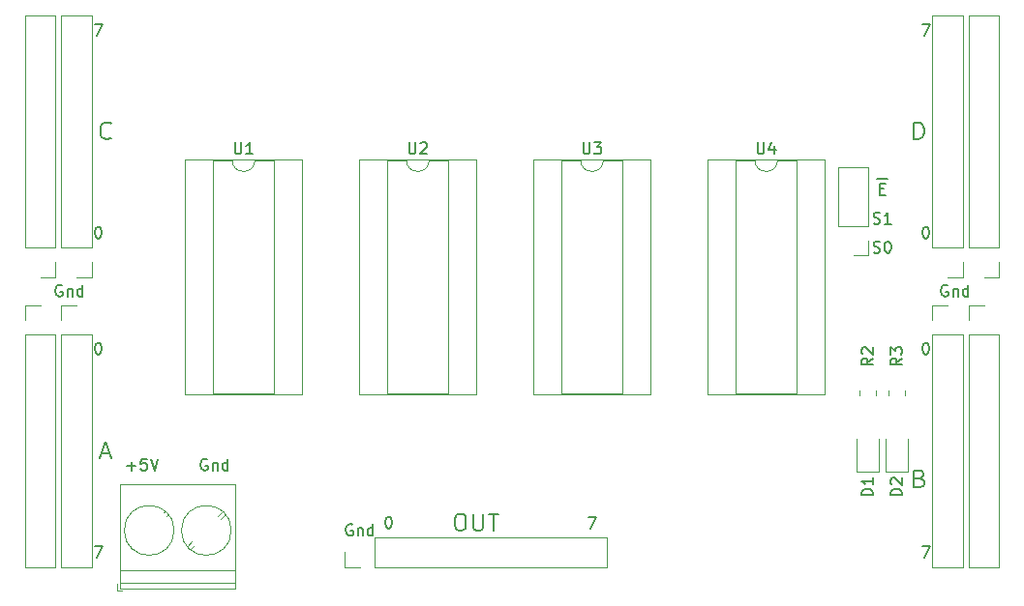
<source format=gbr>
%TF.GenerationSoftware,KiCad,Pcbnew,(5.1.8)-1*%
%TF.CreationDate,2022-10-09T15:02:05+03:00*%
%TF.ProjectId,MUX4x1,4d555834-7831-42e6-9b69-6361645f7063,rev?*%
%TF.SameCoordinates,Original*%
%TF.FileFunction,Legend,Top*%
%TF.FilePolarity,Positive*%
%FSLAX46Y46*%
G04 Gerber Fmt 4.6, Leading zero omitted, Abs format (unit mm)*
G04 Created by KiCad (PCBNEW (5.1.8)-1) date 2022-10-09 15:02:05*
%MOMM*%
%LPD*%
G01*
G04 APERTURE LIST*
%ADD10C,0.150000*%
%ADD11C,0.200000*%
%ADD12C,0.120000*%
G04 APERTURE END LIST*
D10*
X81264285Y-99131428D02*
X82026190Y-99131428D01*
X81645238Y-99512380D02*
X81645238Y-98750476D01*
X82978571Y-98512380D02*
X82502380Y-98512380D01*
X82454761Y-98988571D01*
X82502380Y-98940952D01*
X82597619Y-98893333D01*
X82835714Y-98893333D01*
X82930952Y-98940952D01*
X82978571Y-98988571D01*
X83026190Y-99083809D01*
X83026190Y-99321904D01*
X82978571Y-99417142D01*
X82930952Y-99464761D01*
X82835714Y-99512380D01*
X82597619Y-99512380D01*
X82502380Y-99464761D01*
X82454761Y-99417142D01*
X83311904Y-98512380D02*
X83645238Y-99512380D01*
X83978571Y-98512380D01*
X88257142Y-98560000D02*
X88161904Y-98512380D01*
X88019047Y-98512380D01*
X87876190Y-98560000D01*
X87780952Y-98655238D01*
X87733333Y-98750476D01*
X87685714Y-98940952D01*
X87685714Y-99083809D01*
X87733333Y-99274285D01*
X87780952Y-99369523D01*
X87876190Y-99464761D01*
X88019047Y-99512380D01*
X88114285Y-99512380D01*
X88257142Y-99464761D01*
X88304761Y-99417142D01*
X88304761Y-99083809D01*
X88114285Y-99083809D01*
X88733333Y-98845714D02*
X88733333Y-99512380D01*
X88733333Y-98940952D02*
X88780952Y-98893333D01*
X88876190Y-98845714D01*
X89019047Y-98845714D01*
X89114285Y-98893333D01*
X89161904Y-98988571D01*
X89161904Y-99512380D01*
X90066666Y-99512380D02*
X90066666Y-98512380D01*
X90066666Y-99464761D02*
X89971428Y-99512380D01*
X89780952Y-99512380D01*
X89685714Y-99464761D01*
X89638095Y-99417142D01*
X89590476Y-99321904D01*
X89590476Y-99036190D01*
X89638095Y-98940952D01*
X89685714Y-98893333D01*
X89780952Y-98845714D01*
X89971428Y-98845714D01*
X90066666Y-98893333D01*
X121586666Y-103592380D02*
X122253333Y-103592380D01*
X121824761Y-104592380D01*
X104092380Y-103592380D02*
X104187619Y-103592380D01*
X104282857Y-103640000D01*
X104330476Y-103687619D01*
X104378095Y-103782857D01*
X104425714Y-103973333D01*
X104425714Y-104211428D01*
X104378095Y-104401904D01*
X104330476Y-104497142D01*
X104282857Y-104544761D01*
X104187619Y-104592380D01*
X104092380Y-104592380D01*
X103997142Y-104544761D01*
X103949523Y-104497142D01*
X103901904Y-104401904D01*
X103854285Y-104211428D01*
X103854285Y-103973333D01*
X103901904Y-103782857D01*
X103949523Y-103687619D01*
X103997142Y-103640000D01*
X104092380Y-103592380D01*
X78406666Y-106132380D02*
X79073333Y-106132380D01*
X78644761Y-107132380D01*
X78406666Y-60412380D02*
X79073333Y-60412380D01*
X78644761Y-61412380D01*
X150796666Y-60412380D02*
X151463333Y-60412380D01*
X151034761Y-61412380D01*
X150796666Y-106132380D02*
X151463333Y-106132380D01*
X151034761Y-107132380D01*
X151082380Y-78192380D02*
X151177619Y-78192380D01*
X151272857Y-78240000D01*
X151320476Y-78287619D01*
X151368095Y-78382857D01*
X151415714Y-78573333D01*
X151415714Y-78811428D01*
X151368095Y-79001904D01*
X151320476Y-79097142D01*
X151272857Y-79144761D01*
X151177619Y-79192380D01*
X151082380Y-79192380D01*
X150987142Y-79144761D01*
X150939523Y-79097142D01*
X150891904Y-79001904D01*
X150844285Y-78811428D01*
X150844285Y-78573333D01*
X150891904Y-78382857D01*
X150939523Y-78287619D01*
X150987142Y-78240000D01*
X151082380Y-78192380D01*
X151082380Y-88352380D02*
X151177619Y-88352380D01*
X151272857Y-88400000D01*
X151320476Y-88447619D01*
X151368095Y-88542857D01*
X151415714Y-88733333D01*
X151415714Y-88971428D01*
X151368095Y-89161904D01*
X151320476Y-89257142D01*
X151272857Y-89304761D01*
X151177619Y-89352380D01*
X151082380Y-89352380D01*
X150987142Y-89304761D01*
X150939523Y-89257142D01*
X150891904Y-89161904D01*
X150844285Y-88971428D01*
X150844285Y-88733333D01*
X150891904Y-88542857D01*
X150939523Y-88447619D01*
X150987142Y-88400000D01*
X151082380Y-88352380D01*
X78692380Y-88352380D02*
X78787619Y-88352380D01*
X78882857Y-88400000D01*
X78930476Y-88447619D01*
X78978095Y-88542857D01*
X79025714Y-88733333D01*
X79025714Y-88971428D01*
X78978095Y-89161904D01*
X78930476Y-89257142D01*
X78882857Y-89304761D01*
X78787619Y-89352380D01*
X78692380Y-89352380D01*
X78597142Y-89304761D01*
X78549523Y-89257142D01*
X78501904Y-89161904D01*
X78454285Y-88971428D01*
X78454285Y-88733333D01*
X78501904Y-88542857D01*
X78549523Y-88447619D01*
X78597142Y-88400000D01*
X78692380Y-88352380D01*
X78692380Y-78192380D02*
X78787619Y-78192380D01*
X78882857Y-78240000D01*
X78930476Y-78287619D01*
X78978095Y-78382857D01*
X79025714Y-78573333D01*
X79025714Y-78811428D01*
X78978095Y-79001904D01*
X78930476Y-79097142D01*
X78882857Y-79144761D01*
X78787619Y-79192380D01*
X78692380Y-79192380D01*
X78597142Y-79144761D01*
X78549523Y-79097142D01*
X78501904Y-79001904D01*
X78454285Y-78811428D01*
X78454285Y-78573333D01*
X78501904Y-78382857D01*
X78549523Y-78287619D01*
X78597142Y-78240000D01*
X78692380Y-78192380D01*
X153027142Y-83320000D02*
X152931904Y-83272380D01*
X152789047Y-83272380D01*
X152646190Y-83320000D01*
X152550952Y-83415238D01*
X152503333Y-83510476D01*
X152455714Y-83700952D01*
X152455714Y-83843809D01*
X152503333Y-84034285D01*
X152550952Y-84129523D01*
X152646190Y-84224761D01*
X152789047Y-84272380D01*
X152884285Y-84272380D01*
X153027142Y-84224761D01*
X153074761Y-84177142D01*
X153074761Y-83843809D01*
X152884285Y-83843809D01*
X153503333Y-83605714D02*
X153503333Y-84272380D01*
X153503333Y-83700952D02*
X153550952Y-83653333D01*
X153646190Y-83605714D01*
X153789047Y-83605714D01*
X153884285Y-83653333D01*
X153931904Y-83748571D01*
X153931904Y-84272380D01*
X154836666Y-84272380D02*
X154836666Y-83272380D01*
X154836666Y-84224761D02*
X154741428Y-84272380D01*
X154550952Y-84272380D01*
X154455714Y-84224761D01*
X154408095Y-84177142D01*
X154360476Y-84081904D01*
X154360476Y-83796190D01*
X154408095Y-83700952D01*
X154455714Y-83653333D01*
X154550952Y-83605714D01*
X154741428Y-83605714D01*
X154836666Y-83653333D01*
X75557142Y-83320000D02*
X75461904Y-83272380D01*
X75319047Y-83272380D01*
X75176190Y-83320000D01*
X75080952Y-83415238D01*
X75033333Y-83510476D01*
X74985714Y-83700952D01*
X74985714Y-83843809D01*
X75033333Y-84034285D01*
X75080952Y-84129523D01*
X75176190Y-84224761D01*
X75319047Y-84272380D01*
X75414285Y-84272380D01*
X75557142Y-84224761D01*
X75604761Y-84177142D01*
X75604761Y-83843809D01*
X75414285Y-83843809D01*
X76033333Y-83605714D02*
X76033333Y-84272380D01*
X76033333Y-83700952D02*
X76080952Y-83653333D01*
X76176190Y-83605714D01*
X76319047Y-83605714D01*
X76414285Y-83653333D01*
X76461904Y-83748571D01*
X76461904Y-84272380D01*
X77366666Y-84272380D02*
X77366666Y-83272380D01*
X77366666Y-84224761D02*
X77271428Y-84272380D01*
X77080952Y-84272380D01*
X76985714Y-84224761D01*
X76938095Y-84177142D01*
X76890476Y-84081904D01*
X76890476Y-83796190D01*
X76938095Y-83700952D01*
X76985714Y-83653333D01*
X77080952Y-83605714D01*
X77271428Y-83605714D01*
X77366666Y-83653333D01*
X100957142Y-104275000D02*
X100861904Y-104227380D01*
X100719047Y-104227380D01*
X100576190Y-104275000D01*
X100480952Y-104370238D01*
X100433333Y-104465476D01*
X100385714Y-104655952D01*
X100385714Y-104798809D01*
X100433333Y-104989285D01*
X100480952Y-105084523D01*
X100576190Y-105179761D01*
X100719047Y-105227380D01*
X100814285Y-105227380D01*
X100957142Y-105179761D01*
X101004761Y-105132142D01*
X101004761Y-104798809D01*
X100814285Y-104798809D01*
X101433333Y-104560714D02*
X101433333Y-105227380D01*
X101433333Y-104655952D02*
X101480952Y-104608333D01*
X101576190Y-104560714D01*
X101719047Y-104560714D01*
X101814285Y-104608333D01*
X101861904Y-104703571D01*
X101861904Y-105227380D01*
X102766666Y-105227380D02*
X102766666Y-104227380D01*
X102766666Y-105179761D02*
X102671428Y-105227380D01*
X102480952Y-105227380D01*
X102385714Y-105179761D01*
X102338095Y-105132142D01*
X102290476Y-105036904D01*
X102290476Y-104751190D01*
X102338095Y-104655952D01*
X102385714Y-104608333D01*
X102480952Y-104560714D01*
X102671428Y-104560714D01*
X102766666Y-104608333D01*
X146558095Y-80414761D02*
X146700952Y-80462380D01*
X146939047Y-80462380D01*
X147034285Y-80414761D01*
X147081904Y-80367142D01*
X147129523Y-80271904D01*
X147129523Y-80176666D01*
X147081904Y-80081428D01*
X147034285Y-80033809D01*
X146939047Y-79986190D01*
X146748571Y-79938571D01*
X146653333Y-79890952D01*
X146605714Y-79843333D01*
X146558095Y-79748095D01*
X146558095Y-79652857D01*
X146605714Y-79557619D01*
X146653333Y-79510000D01*
X146748571Y-79462380D01*
X146986666Y-79462380D01*
X147129523Y-79510000D01*
X147748571Y-79462380D02*
X147843809Y-79462380D01*
X147939047Y-79510000D01*
X147986666Y-79557619D01*
X148034285Y-79652857D01*
X148081904Y-79843333D01*
X148081904Y-80081428D01*
X148034285Y-80271904D01*
X147986666Y-80367142D01*
X147939047Y-80414761D01*
X147843809Y-80462380D01*
X147748571Y-80462380D01*
X147653333Y-80414761D01*
X147605714Y-80367142D01*
X147558095Y-80271904D01*
X147510476Y-80081428D01*
X147510476Y-79843333D01*
X147558095Y-79652857D01*
X147605714Y-79557619D01*
X147653333Y-79510000D01*
X147748571Y-79462380D01*
X146558095Y-77874761D02*
X146700952Y-77922380D01*
X146939047Y-77922380D01*
X147034285Y-77874761D01*
X147081904Y-77827142D01*
X147129523Y-77731904D01*
X147129523Y-77636666D01*
X147081904Y-77541428D01*
X147034285Y-77493809D01*
X146939047Y-77446190D01*
X146748571Y-77398571D01*
X146653333Y-77350952D01*
X146605714Y-77303333D01*
X146558095Y-77208095D01*
X146558095Y-77112857D01*
X146605714Y-77017619D01*
X146653333Y-76970000D01*
X146748571Y-76922380D01*
X146986666Y-76922380D01*
X147129523Y-76970000D01*
X148081904Y-77922380D02*
X147510476Y-77922380D01*
X147796190Y-77922380D02*
X147796190Y-76922380D01*
X147700952Y-77065238D01*
X147605714Y-77160476D01*
X147510476Y-77208095D01*
X146867619Y-74015000D02*
X147772380Y-74015000D01*
X147105714Y-74858571D02*
X147439047Y-74858571D01*
X147581904Y-75382380D02*
X147105714Y-75382380D01*
X147105714Y-74382380D01*
X147581904Y-74382380D01*
D11*
X150602142Y-100222857D02*
X150816428Y-100294285D01*
X150887857Y-100365714D01*
X150959285Y-100508571D01*
X150959285Y-100722857D01*
X150887857Y-100865714D01*
X150816428Y-100937142D01*
X150673571Y-101008571D01*
X150102142Y-101008571D01*
X150102142Y-99508571D01*
X150602142Y-99508571D01*
X150745000Y-99580000D01*
X150816428Y-99651428D01*
X150887857Y-99794285D01*
X150887857Y-99937142D01*
X150816428Y-100080000D01*
X150745000Y-100151428D01*
X150602142Y-100222857D01*
X150102142Y-100222857D01*
X150102142Y-70528571D02*
X150102142Y-69028571D01*
X150459285Y-69028571D01*
X150673571Y-69100000D01*
X150816428Y-69242857D01*
X150887857Y-69385714D01*
X150959285Y-69671428D01*
X150959285Y-69885714D01*
X150887857Y-70171428D01*
X150816428Y-70314285D01*
X150673571Y-70457142D01*
X150459285Y-70528571D01*
X150102142Y-70528571D01*
X110260000Y-103318571D02*
X110545714Y-103318571D01*
X110688571Y-103390000D01*
X110831428Y-103532857D01*
X110902857Y-103818571D01*
X110902857Y-104318571D01*
X110831428Y-104604285D01*
X110688571Y-104747142D01*
X110545714Y-104818571D01*
X110260000Y-104818571D01*
X110117142Y-104747142D01*
X109974285Y-104604285D01*
X109902857Y-104318571D01*
X109902857Y-103818571D01*
X109974285Y-103532857D01*
X110117142Y-103390000D01*
X110260000Y-103318571D01*
X111545714Y-103318571D02*
X111545714Y-104532857D01*
X111617142Y-104675714D01*
X111688571Y-104747142D01*
X111831428Y-104818571D01*
X112117142Y-104818571D01*
X112260000Y-104747142D01*
X112331428Y-104675714D01*
X112402857Y-104532857D01*
X112402857Y-103318571D01*
X112902857Y-103318571D02*
X113760000Y-103318571D01*
X113331428Y-104818571D02*
X113331428Y-103318571D01*
X79839285Y-70385714D02*
X79767857Y-70457142D01*
X79553571Y-70528571D01*
X79410714Y-70528571D01*
X79196428Y-70457142D01*
X79053571Y-70314285D01*
X78982142Y-70171428D01*
X78910714Y-69885714D01*
X78910714Y-69671428D01*
X78982142Y-69385714D01*
X79053571Y-69242857D01*
X79196428Y-69100000D01*
X79410714Y-69028571D01*
X79553571Y-69028571D01*
X79767857Y-69100000D01*
X79839285Y-69171428D01*
X79017857Y-98040000D02*
X79732142Y-98040000D01*
X78875000Y-98468571D02*
X79375000Y-96968571D01*
X79875000Y-98468571D01*
D12*
%TO.C,J11*%
X157540000Y-82610000D02*
X156210000Y-82610000D01*
X157540000Y-81280000D02*
X157540000Y-82610000D01*
X157540000Y-80010000D02*
X154880000Y-80010000D01*
X154880000Y-80010000D02*
X154880000Y-59630000D01*
X157540000Y-80010000D02*
X157540000Y-59630000D01*
X157540000Y-59630000D02*
X154880000Y-59630000D01*
%TO.C,J10*%
X74990000Y-82610000D02*
X73660000Y-82610000D01*
X74990000Y-81280000D02*
X74990000Y-82610000D01*
X74990000Y-80010000D02*
X72330000Y-80010000D01*
X72330000Y-80010000D02*
X72330000Y-59630000D01*
X74990000Y-80010000D02*
X74990000Y-59630000D01*
X74990000Y-59630000D02*
X72330000Y-59630000D01*
%TO.C,J9*%
X154880000Y-85030000D02*
X156210000Y-85030000D01*
X154880000Y-86360000D02*
X154880000Y-85030000D01*
X154880000Y-87630000D02*
X157540000Y-87630000D01*
X157540000Y-87630000D02*
X157540000Y-108010000D01*
X154880000Y-87630000D02*
X154880000Y-108010000D01*
X154880000Y-108010000D02*
X157540000Y-108010000D01*
%TO.C,J8*%
X72330000Y-85030000D02*
X73660000Y-85030000D01*
X72330000Y-86360000D02*
X72330000Y-85030000D01*
X72330000Y-87630000D02*
X74990000Y-87630000D01*
X74990000Y-87630000D02*
X74990000Y-108010000D01*
X72330000Y-87630000D02*
X72330000Y-108010000D01*
X72330000Y-108010000D02*
X74990000Y-108010000D01*
%TO.C,U2*%
X105680000Y-72330000D02*
X104030000Y-72330000D01*
X104030000Y-72330000D02*
X104030000Y-92770000D01*
X104030000Y-92770000D02*
X109330000Y-92770000D01*
X109330000Y-92770000D02*
X109330000Y-72330000D01*
X109330000Y-72330000D02*
X107680000Y-72330000D01*
X101540000Y-72270000D02*
X101540000Y-92830000D01*
X101540000Y-92830000D02*
X111820000Y-92830000D01*
X111820000Y-92830000D02*
X111820000Y-72270000D01*
X111820000Y-72270000D02*
X101540000Y-72270000D01*
X107680000Y-72330000D02*
G75*
G02*
X105680000Y-72330000I-1000000J0D01*
G01*
%TO.C,J7*%
X146110000Y-80705000D02*
X144780000Y-80705000D01*
X146110000Y-79375000D02*
X146110000Y-80705000D01*
X146110000Y-78105000D02*
X143450000Y-78105000D01*
X143450000Y-78105000D02*
X143450000Y-72965000D01*
X146110000Y-78105000D02*
X146110000Y-72965000D01*
X146110000Y-72965000D02*
X143450000Y-72965000D01*
%TO.C,J1*%
X80385000Y-110075000D02*
X80785000Y-110075000D01*
X80385000Y-109435000D02*
X80385000Y-110075000D01*
X86927000Y-105767000D02*
X86532000Y-106163000D01*
X89573000Y-103121000D02*
X89193000Y-103501000D01*
X87178000Y-106049000D02*
X86798000Y-106429000D01*
X89839000Y-103387000D02*
X89444000Y-103783000D01*
X81637000Y-106056000D02*
X81531000Y-106163000D01*
X84573000Y-103121000D02*
X84466000Y-103228000D01*
X81903000Y-106322000D02*
X81797000Y-106429000D01*
X84839000Y-103387000D02*
X84732000Y-103494000D01*
X90745000Y-100715000D02*
X90745000Y-109835000D01*
X80625000Y-100715000D02*
X80625000Y-109835000D01*
X80625000Y-109835000D02*
X90745000Y-109835000D01*
X80625000Y-100715000D02*
X90745000Y-100715000D01*
X80625000Y-108275000D02*
X90745000Y-108275000D01*
X80625000Y-109375000D02*
X90745000Y-109375000D01*
X90365000Y-104775000D02*
G75*
G03*
X90365000Y-104775000I-2180000J0D01*
G01*
X85365000Y-104775000D02*
G75*
G03*
X85365000Y-104775000I-2180000J0D01*
G01*
%TO.C,J2*%
X75505000Y-85030000D02*
X76835000Y-85030000D01*
X75505000Y-86360000D02*
X75505000Y-85030000D01*
X75505000Y-87630000D02*
X78165000Y-87630000D01*
X78165000Y-87630000D02*
X78165000Y-108010000D01*
X75505000Y-87630000D02*
X75505000Y-108010000D01*
X75505000Y-108010000D02*
X78165000Y-108010000D01*
%TO.C,J3*%
X151705000Y-108010000D02*
X154365000Y-108010000D01*
X151705000Y-87630000D02*
X151705000Y-108010000D01*
X154365000Y-87630000D02*
X154365000Y-108010000D01*
X151705000Y-87630000D02*
X154365000Y-87630000D01*
X151705000Y-86360000D02*
X151705000Y-85030000D01*
X151705000Y-85030000D02*
X153035000Y-85030000D01*
%TO.C,J4*%
X78165000Y-82610000D02*
X76835000Y-82610000D01*
X78165000Y-81280000D02*
X78165000Y-82610000D01*
X78165000Y-80010000D02*
X75505000Y-80010000D01*
X75505000Y-80010000D02*
X75505000Y-59630000D01*
X78165000Y-80010000D02*
X78165000Y-59630000D01*
X78165000Y-59630000D02*
X75505000Y-59630000D01*
%TO.C,J5*%
X154365000Y-59630000D02*
X151705000Y-59630000D01*
X154365000Y-80010000D02*
X154365000Y-59630000D01*
X151705000Y-80010000D02*
X151705000Y-59630000D01*
X154365000Y-80010000D02*
X151705000Y-80010000D01*
X154365000Y-81280000D02*
X154365000Y-82610000D01*
X154365000Y-82610000D02*
X153035000Y-82610000D01*
%TO.C,J6*%
X100270000Y-108010000D02*
X100270000Y-106680000D01*
X101600000Y-108010000D02*
X100270000Y-108010000D01*
X102870000Y-108010000D02*
X102870000Y-105350000D01*
X102870000Y-105350000D02*
X123250000Y-105350000D01*
X102870000Y-108010000D02*
X123250000Y-108010000D01*
X123250000Y-108010000D02*
X123250000Y-105350000D01*
%TO.C,U1*%
X96580000Y-72270000D02*
X86300000Y-72270000D01*
X96580000Y-92830000D02*
X96580000Y-72270000D01*
X86300000Y-92830000D02*
X96580000Y-92830000D01*
X86300000Y-72270000D02*
X86300000Y-92830000D01*
X94090000Y-72330000D02*
X92440000Y-72330000D01*
X94090000Y-92770000D02*
X94090000Y-72330000D01*
X88790000Y-92770000D02*
X94090000Y-92770000D01*
X88790000Y-72330000D02*
X88790000Y-92770000D01*
X90440000Y-72330000D02*
X88790000Y-72330000D01*
X92440000Y-72330000D02*
G75*
G02*
X90440000Y-72330000I-1000000J0D01*
G01*
%TO.C,U3*%
X127060000Y-72270000D02*
X116780000Y-72270000D01*
X127060000Y-92830000D02*
X127060000Y-72270000D01*
X116780000Y-92830000D02*
X127060000Y-92830000D01*
X116780000Y-72270000D02*
X116780000Y-92830000D01*
X124570000Y-72330000D02*
X122920000Y-72330000D01*
X124570000Y-92770000D02*
X124570000Y-72330000D01*
X119270000Y-92770000D02*
X124570000Y-92770000D01*
X119270000Y-72330000D02*
X119270000Y-92770000D01*
X120920000Y-72330000D02*
X119270000Y-72330000D01*
X122920000Y-72330000D02*
G75*
G02*
X120920000Y-72330000I-1000000J0D01*
G01*
%TO.C,U4*%
X136160000Y-72330000D02*
X134510000Y-72330000D01*
X134510000Y-72330000D02*
X134510000Y-92770000D01*
X134510000Y-92770000D02*
X139810000Y-92770000D01*
X139810000Y-92770000D02*
X139810000Y-72330000D01*
X139810000Y-72330000D02*
X138160000Y-72330000D01*
X132020000Y-72270000D02*
X132020000Y-92830000D01*
X132020000Y-92830000D02*
X142300000Y-92830000D01*
X142300000Y-92830000D02*
X142300000Y-72270000D01*
X142300000Y-72270000D02*
X132020000Y-72270000D01*
X138160000Y-72330000D02*
G75*
G02*
X136160000Y-72330000I-1000000J0D01*
G01*
%TO.C,D1*%
X147010000Y-99650000D02*
X147010000Y-96790000D01*
X145090000Y-99650000D02*
X147010000Y-99650000D01*
X145090000Y-96790000D02*
X145090000Y-99650000D01*
%TO.C,D2*%
X147630000Y-96790000D02*
X147630000Y-99650000D01*
X147630000Y-99650000D02*
X149550000Y-99650000D01*
X149550000Y-99650000D02*
X149550000Y-96790000D01*
%TO.C,R2*%
X145315000Y-92937064D02*
X145315000Y-92482936D01*
X146785000Y-92937064D02*
X146785000Y-92482936D01*
%TO.C,R3*%
X149325000Y-92937064D02*
X149325000Y-92482936D01*
X147855000Y-92937064D02*
X147855000Y-92482936D01*
%TO.C,U2*%
D10*
X105918095Y-70782380D02*
X105918095Y-71591904D01*
X105965714Y-71687142D01*
X106013333Y-71734761D01*
X106108571Y-71782380D01*
X106299047Y-71782380D01*
X106394285Y-71734761D01*
X106441904Y-71687142D01*
X106489523Y-71591904D01*
X106489523Y-70782380D01*
X106918095Y-70877619D02*
X106965714Y-70830000D01*
X107060952Y-70782380D01*
X107299047Y-70782380D01*
X107394285Y-70830000D01*
X107441904Y-70877619D01*
X107489523Y-70972857D01*
X107489523Y-71068095D01*
X107441904Y-71210952D01*
X106870476Y-71782380D01*
X107489523Y-71782380D01*
%TO.C,U1*%
X90678095Y-70782380D02*
X90678095Y-71591904D01*
X90725714Y-71687142D01*
X90773333Y-71734761D01*
X90868571Y-71782380D01*
X91059047Y-71782380D01*
X91154285Y-71734761D01*
X91201904Y-71687142D01*
X91249523Y-71591904D01*
X91249523Y-70782380D01*
X92249523Y-71782380D02*
X91678095Y-71782380D01*
X91963809Y-71782380D02*
X91963809Y-70782380D01*
X91868571Y-70925238D01*
X91773333Y-71020476D01*
X91678095Y-71068095D01*
%TO.C,U3*%
X121158095Y-70782380D02*
X121158095Y-71591904D01*
X121205714Y-71687142D01*
X121253333Y-71734761D01*
X121348571Y-71782380D01*
X121539047Y-71782380D01*
X121634285Y-71734761D01*
X121681904Y-71687142D01*
X121729523Y-71591904D01*
X121729523Y-70782380D01*
X122110476Y-70782380D02*
X122729523Y-70782380D01*
X122396190Y-71163333D01*
X122539047Y-71163333D01*
X122634285Y-71210952D01*
X122681904Y-71258571D01*
X122729523Y-71353809D01*
X122729523Y-71591904D01*
X122681904Y-71687142D01*
X122634285Y-71734761D01*
X122539047Y-71782380D01*
X122253333Y-71782380D01*
X122158095Y-71734761D01*
X122110476Y-71687142D01*
%TO.C,U4*%
X136398095Y-70782380D02*
X136398095Y-71591904D01*
X136445714Y-71687142D01*
X136493333Y-71734761D01*
X136588571Y-71782380D01*
X136779047Y-71782380D01*
X136874285Y-71734761D01*
X136921904Y-71687142D01*
X136969523Y-71591904D01*
X136969523Y-70782380D01*
X137874285Y-71115714D02*
X137874285Y-71782380D01*
X137636190Y-70734761D02*
X137398095Y-71449047D01*
X138017142Y-71449047D01*
%TO.C,D1*%
X146502380Y-101703095D02*
X145502380Y-101703095D01*
X145502380Y-101465000D01*
X145550000Y-101322142D01*
X145645238Y-101226904D01*
X145740476Y-101179285D01*
X145930952Y-101131666D01*
X146073809Y-101131666D01*
X146264285Y-101179285D01*
X146359523Y-101226904D01*
X146454761Y-101322142D01*
X146502380Y-101465000D01*
X146502380Y-101703095D01*
X146502380Y-100179285D02*
X146502380Y-100750714D01*
X146502380Y-100465000D02*
X145502380Y-100465000D01*
X145645238Y-100560238D01*
X145740476Y-100655476D01*
X145788095Y-100750714D01*
%TO.C,D2*%
X149042380Y-101703095D02*
X148042380Y-101703095D01*
X148042380Y-101465000D01*
X148090000Y-101322142D01*
X148185238Y-101226904D01*
X148280476Y-101179285D01*
X148470952Y-101131666D01*
X148613809Y-101131666D01*
X148804285Y-101179285D01*
X148899523Y-101226904D01*
X148994761Y-101322142D01*
X149042380Y-101465000D01*
X149042380Y-101703095D01*
X148137619Y-100750714D02*
X148090000Y-100703095D01*
X148042380Y-100607857D01*
X148042380Y-100369761D01*
X148090000Y-100274523D01*
X148137619Y-100226904D01*
X148232857Y-100179285D01*
X148328095Y-100179285D01*
X148470952Y-100226904D01*
X149042380Y-100798333D01*
X149042380Y-100179285D01*
%TO.C,R2*%
X146502380Y-89701666D02*
X146026190Y-90035000D01*
X146502380Y-90273095D02*
X145502380Y-90273095D01*
X145502380Y-89892142D01*
X145550000Y-89796904D01*
X145597619Y-89749285D01*
X145692857Y-89701666D01*
X145835714Y-89701666D01*
X145930952Y-89749285D01*
X145978571Y-89796904D01*
X146026190Y-89892142D01*
X146026190Y-90273095D01*
X145597619Y-89320714D02*
X145550000Y-89273095D01*
X145502380Y-89177857D01*
X145502380Y-88939761D01*
X145550000Y-88844523D01*
X145597619Y-88796904D01*
X145692857Y-88749285D01*
X145788095Y-88749285D01*
X145930952Y-88796904D01*
X146502380Y-89368333D01*
X146502380Y-88749285D01*
%TO.C,R3*%
X149042380Y-89701666D02*
X148566190Y-90035000D01*
X149042380Y-90273095D02*
X148042380Y-90273095D01*
X148042380Y-89892142D01*
X148090000Y-89796904D01*
X148137619Y-89749285D01*
X148232857Y-89701666D01*
X148375714Y-89701666D01*
X148470952Y-89749285D01*
X148518571Y-89796904D01*
X148566190Y-89892142D01*
X148566190Y-90273095D01*
X148042380Y-89368333D02*
X148042380Y-88749285D01*
X148423333Y-89082619D01*
X148423333Y-88939761D01*
X148470952Y-88844523D01*
X148518571Y-88796904D01*
X148613809Y-88749285D01*
X148851904Y-88749285D01*
X148947142Y-88796904D01*
X148994761Y-88844523D01*
X149042380Y-88939761D01*
X149042380Y-89225476D01*
X148994761Y-89320714D01*
X148947142Y-89368333D01*
%TD*%
M02*

</source>
